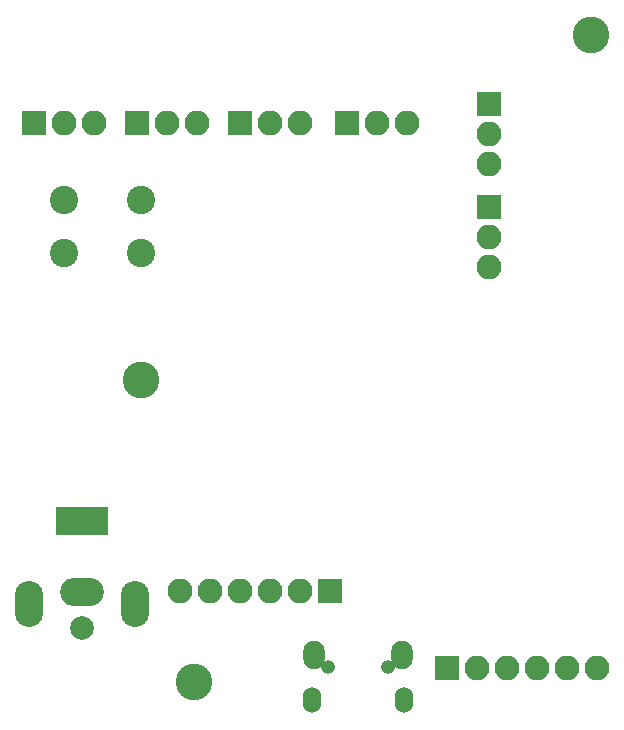
<source format=gbr>
G04 #@! TF.GenerationSoftware,KiCad,Pcbnew,(5.0.0)*
G04 #@! TF.CreationDate,2020-04-23T21:24:48+10:00*
G04 #@! TF.ProjectId,Classification and Contol Board,436C617373696669636174696F6E2061,rev?*
G04 #@! TF.SameCoordinates,Original*
G04 #@! TF.FileFunction,Soldermask,Bot*
G04 #@! TF.FilePolarity,Negative*
%FSLAX46Y46*%
G04 Gerber Fmt 4.6, Leading zero omitted, Abs format (unit mm)*
G04 Created by KiCad (PCBNEW (5.0.0)) date 04/23/20 21:24:48*
%MOMM*%
%LPD*%
G01*
G04 APERTURE LIST*
%ADD10C,2.400000*%
%ADD11C,2.000000*%
%ADD12O,2.400000X3.900000*%
%ADD13O,3.700000X2.400000*%
%ADD14R,4.400000X2.400000*%
%ADD15O,2.100000X2.100000*%
%ADD16R,2.100000X2.100000*%
%ADD17O,1.200000X1.200000*%
%ADD18O,1.550000X2.200000*%
%ADD19O,1.850000X2.400000*%
%ADD20C,3.100000*%
G04 APERTURE END LIST*
D10*
G04 #@! TO.C,SW1*
X126500000Y-78360000D03*
X126500000Y-82860000D03*
X120000000Y-82860000D03*
X120000000Y-78360000D03*
G04 #@! TD*
D11*
G04 #@! TO.C,J2*
X121540000Y-114610000D03*
D12*
X126040000Y-112610000D03*
X117040000Y-112610000D03*
D13*
X121540000Y-111610000D03*
D14*
X121540000Y-105610000D03*
G04 #@! TD*
D15*
G04 #@! TO.C,J8*
X155945001Y-84045001D03*
X155945001Y-81505001D03*
D16*
X155945001Y-78965001D03*
G04 #@! TD*
G04 #@! TO.C,J7*
X155945001Y-70265001D03*
D15*
X155945001Y-72805001D03*
X155945001Y-75345001D03*
G04 #@! TD*
G04 #@! TO.C,J6*
X149052311Y-71880074D03*
X146512311Y-71880074D03*
D16*
X143972311Y-71880074D03*
G04 #@! TD*
G04 #@! TO.C,J5*
X134930000Y-71880074D03*
D15*
X137470000Y-71880074D03*
X140010000Y-71880074D03*
G04 #@! TD*
G04 #@! TO.C,J4*
X131280000Y-71880074D03*
X128740000Y-71880074D03*
D16*
X126200000Y-71880074D03*
G04 #@! TD*
G04 #@! TO.C,J3*
X117470000Y-71880074D03*
D15*
X120010000Y-71880074D03*
X122550000Y-71880074D03*
G04 #@! TD*
D16*
G04 #@! TO.C,J1*
X142490000Y-111470000D03*
D15*
X139950000Y-111470000D03*
X137410000Y-111470000D03*
X134870000Y-111470000D03*
X132330000Y-111470000D03*
X129790000Y-111470000D03*
G04 #@! TD*
D17*
G04 #@! TO.C,J10*
X147390000Y-117950000D03*
X142390000Y-117950000D03*
D18*
X148765000Y-120700000D03*
X141015000Y-120700000D03*
D19*
X148615000Y-116900000D03*
X141165000Y-116900000D03*
G04 #@! TD*
D20*
G04 #@! TO.C,MH1*
X126530000Y-93600000D03*
G04 #@! TD*
G04 #@! TO.C,MH2*
X131030000Y-119230000D03*
G04 #@! TD*
G04 #@! TO.C,MH3*
X164610000Y-64470000D03*
G04 #@! TD*
D16*
G04 #@! TO.C,J9*
X152390000Y-118040000D03*
D15*
X154930000Y-118040000D03*
X157470000Y-118040000D03*
X160010000Y-118040000D03*
X162550000Y-118040000D03*
X165090000Y-118040000D03*
G04 #@! TD*
M02*

</source>
